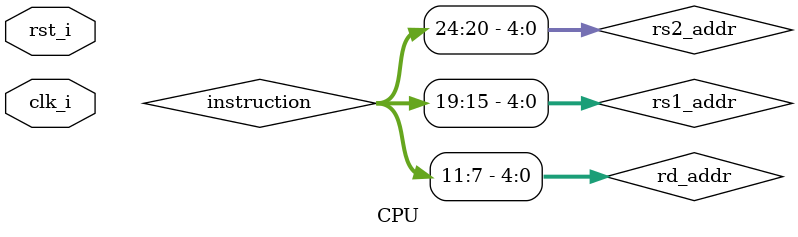
<source format=v>
/*
`include "PC.v"
`include "Instruction_Memory.v"
`include "Control.v"
`include "Imm_Gen.v"
`include "Registers.v"
`include "ALU_Control.v"
`include "ALU.v"
*/
module CPU
(
    input clk_i, 
    input rst_i
);

// TODO: Implement your CPU here


    wire [63:0] pc_current, pc_next;
    wire [31:0] instruction;
    wire [63:0] rs1_data, rs2_data, rd_data;
    wire [4:0] rs1_addr, rs2_addr, rd_addr;
    wire [63:0] alu_input2, alu_result;
    wire [3:0] alu_ctrl;
    wire [63:0] imm_extended;
    wire reg_write;
    wire [2:0] alu_op;
    wire alu_src;

   
    PC PC(
        .clk_i(clk_i),
        .rst_i(rst_i),
        .pc_i(pc_next),
        .pc_o(pc_current)
    );


    Instruction_Memory Instruction_Memory(
        .addr_i(pc_current),
        .instr_o(instruction)
    );

   
    Control Control(
        .opcode_i(instruction[6:0]),
        .ALUOp_o(alu_op),
        .ALUSrc_o(alu_src),
        .RegWrite_o(reg_write)
    );

    
    Imm_Gen Imm_Gen(
        .instr_i(instruction),
        .imm_o(imm_extended)
    );

    
    assign rs1_addr = instruction[19:15];
    assign rs2_addr = instruction[24:20];
    assign rd_addr = instruction[11:7];

    Registers Registers(
        .clk_i(clk_i),
        .rst_i(rst_i),
        .RS1addr_i(rs1_addr),
        .RS2addr_i(rs2_addr),
        .RDaddr_i(rd_addr),
        .RDdata_i(rd_data),
        .RegWrite_i(reg_write),
        .RS1data_o(rs1_data),
        .RS2data_o(rs2_data)
    );

    ALU_Control ALU_Control(
        .funct7_i(instruction[31:25]),
        .funct3_i(instruction[14:12]),
        .ALUOp_i(alu_op),
        .ALUCtrl_o(alu_ctrl)
    );

    //alu multiplexier
    assign alu_input2 = alu_src ? imm_extended : rs2_data;

    ALU ALU(
        .input1_i(rs1_data),
        .input2_i(alu_input2),
        .ALUCtrl_i(alu_ctrl),
        .result_o(alu_result)
    );

    // write back
    assign rd_data = alu_result;

    // PC = PC + 4 (no branch jump)
    assign pc_next = pc_current + 64'd4;

endmodule

</source>
